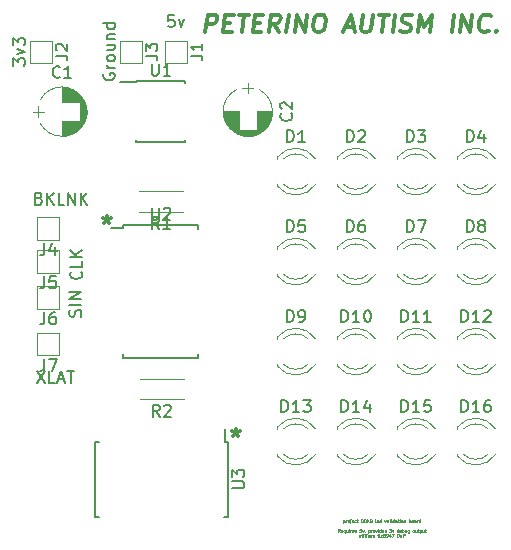
<source format=gbr>
G04 #@! TF.GenerationSoftware,KiCad,Pcbnew,(5.0.1)-3*
G04 #@! TF.CreationDate,2018-10-20T23:17:48-07:00*
G04 #@! TF.ProjectId,ODKB_Board,4F444B425F426F6172642E6B69636164,rev?*
G04 #@! TF.SameCoordinates,Original*
G04 #@! TF.FileFunction,Legend,Top*
G04 #@! TF.FilePolarity,Positive*
%FSLAX46Y46*%
G04 Gerber Fmt 4.6, Leading zero omitted, Abs format (unit mm)*
G04 Created by KiCad (PCBNEW (5.0.1)-3) date 10/20/2018 11:17:48 PM*
%MOMM*%
%LPD*%
G01*
G04 APERTURE LIST*
%ADD10C,0.300000*%
%ADD11C,0.025400*%
%ADD12C,0.150000*%
%ADD13C,0.120000*%
G04 APERTURE END LIST*
D10*
X56896000Y-49978571D02*
X56896000Y-50335714D01*
X56538857Y-50192857D02*
X56896000Y-50335714D01*
X57253142Y-50192857D01*
X56681714Y-50621428D02*
X56896000Y-50335714D01*
X57110285Y-50621428D01*
X67818000Y-68012571D02*
X67818000Y-68369714D01*
X67460857Y-68226857D02*
X67818000Y-68369714D01*
X68175142Y-68226857D01*
X67603714Y-68655428D02*
X67818000Y-68369714D01*
X68032285Y-68655428D01*
X65240500Y-34426571D02*
X65428000Y-32926571D01*
X65999428Y-32926571D01*
X66133357Y-32998000D01*
X66195857Y-33069428D01*
X66249428Y-33212285D01*
X66222642Y-33426571D01*
X66133357Y-33569428D01*
X66053000Y-33640857D01*
X65901214Y-33712285D01*
X65329785Y-33712285D01*
X66838714Y-33640857D02*
X67338714Y-33640857D01*
X67454785Y-34426571D02*
X66740500Y-34426571D01*
X66928000Y-32926571D01*
X67642285Y-32926571D01*
X68070857Y-32926571D02*
X68928000Y-32926571D01*
X68311928Y-34426571D02*
X68499428Y-32926571D01*
X69338714Y-33640857D02*
X69838714Y-33640857D01*
X69954785Y-34426571D02*
X69240500Y-34426571D01*
X69428000Y-32926571D01*
X70142285Y-32926571D01*
X71454785Y-34426571D02*
X71044071Y-33712285D01*
X70597642Y-34426571D02*
X70785142Y-32926571D01*
X71356571Y-32926571D01*
X71490500Y-32998000D01*
X71553000Y-33069428D01*
X71606571Y-33212285D01*
X71579785Y-33426571D01*
X71490500Y-33569428D01*
X71410142Y-33640857D01*
X71258357Y-33712285D01*
X70686928Y-33712285D01*
X72097642Y-34426571D02*
X72285142Y-32926571D01*
X72811928Y-34426571D02*
X72999428Y-32926571D01*
X73669071Y-34426571D01*
X73856571Y-32926571D01*
X74856571Y-32926571D02*
X75142285Y-32926571D01*
X75276214Y-32998000D01*
X75401214Y-33140857D01*
X75436928Y-33426571D01*
X75374428Y-33926571D01*
X75267285Y-34212285D01*
X75106571Y-34355142D01*
X74954785Y-34426571D01*
X74669071Y-34426571D01*
X74535142Y-34355142D01*
X74410142Y-34212285D01*
X74374428Y-33926571D01*
X74436928Y-33426571D01*
X74544071Y-33140857D01*
X74704785Y-32998000D01*
X74856571Y-32926571D01*
X77079785Y-33998000D02*
X77794071Y-33998000D01*
X76883357Y-34426571D02*
X77570857Y-32926571D01*
X77883357Y-34426571D01*
X78570857Y-32926571D02*
X78419071Y-34140857D01*
X78472642Y-34283714D01*
X78535142Y-34355142D01*
X78669071Y-34426571D01*
X78954785Y-34426571D01*
X79106571Y-34355142D01*
X79186928Y-34283714D01*
X79276214Y-34140857D01*
X79428000Y-32926571D01*
X79928000Y-32926571D02*
X80785142Y-32926571D01*
X80169071Y-34426571D02*
X80356571Y-32926571D01*
X81097642Y-34426571D02*
X81285142Y-32926571D01*
X81749428Y-34355142D02*
X81954785Y-34426571D01*
X82311928Y-34426571D01*
X82463714Y-34355142D01*
X82544071Y-34283714D01*
X82633357Y-34140857D01*
X82651214Y-33998000D01*
X82597642Y-33855142D01*
X82535142Y-33783714D01*
X82401214Y-33712285D01*
X82124428Y-33640857D01*
X81990500Y-33569428D01*
X81928000Y-33498000D01*
X81874428Y-33355142D01*
X81892285Y-33212285D01*
X81981571Y-33069428D01*
X82061928Y-32998000D01*
X82213714Y-32926571D01*
X82570857Y-32926571D01*
X82776214Y-32998000D01*
X83240500Y-34426571D02*
X83428000Y-32926571D01*
X83794071Y-33998000D01*
X84428000Y-32926571D01*
X84240500Y-34426571D01*
X86097642Y-34426571D02*
X86285142Y-32926571D01*
X86811928Y-34426571D02*
X86999428Y-32926571D01*
X87669071Y-34426571D01*
X87856571Y-32926571D01*
X89258357Y-34283714D02*
X89178000Y-34355142D01*
X88954785Y-34426571D01*
X88811928Y-34426571D01*
X88606571Y-34355142D01*
X88481571Y-34212285D01*
X88428000Y-34069428D01*
X88392285Y-33783714D01*
X88419071Y-33569428D01*
X88526214Y-33283714D01*
X88615500Y-33140857D01*
X88776214Y-32998000D01*
X88999428Y-32926571D01*
X89142285Y-32926571D01*
X89347642Y-32998000D01*
X89410142Y-33069428D01*
X89901214Y-34283714D02*
X89963714Y-34355142D01*
X89883357Y-34426571D01*
X89820857Y-34355142D01*
X89901214Y-34283714D01*
X89883357Y-34426571D01*
D11*
X76908333Y-75753971D02*
X76908333Y-76007971D01*
X76908333Y-75766066D02*
X76932523Y-75753971D01*
X76980904Y-75753971D01*
X77005095Y-75766066D01*
X77017190Y-75778161D01*
X77029285Y-75802352D01*
X77029285Y-75874923D01*
X77017190Y-75899114D01*
X77005095Y-75911209D01*
X76980904Y-75923304D01*
X76932523Y-75923304D01*
X76908333Y-75911209D01*
X77138142Y-75923304D02*
X77138142Y-75753971D01*
X77138142Y-75802352D02*
X77150238Y-75778161D01*
X77162333Y-75766066D01*
X77186523Y-75753971D01*
X77210714Y-75753971D01*
X77331666Y-75923304D02*
X77307476Y-75911209D01*
X77295380Y-75899114D01*
X77283285Y-75874923D01*
X77283285Y-75802352D01*
X77295380Y-75778161D01*
X77307476Y-75766066D01*
X77331666Y-75753971D01*
X77367952Y-75753971D01*
X77392142Y-75766066D01*
X77404238Y-75778161D01*
X77416333Y-75802352D01*
X77416333Y-75874923D01*
X77404238Y-75899114D01*
X77392142Y-75911209D01*
X77367952Y-75923304D01*
X77331666Y-75923304D01*
X77525190Y-75753971D02*
X77525190Y-75971685D01*
X77513095Y-75995876D01*
X77488904Y-76007971D01*
X77476809Y-76007971D01*
X77525190Y-75669304D02*
X77513095Y-75681400D01*
X77525190Y-75693495D01*
X77537285Y-75681400D01*
X77525190Y-75669304D01*
X77525190Y-75693495D01*
X77742904Y-75911209D02*
X77718714Y-75923304D01*
X77670333Y-75923304D01*
X77646142Y-75911209D01*
X77634047Y-75887019D01*
X77634047Y-75790257D01*
X77646142Y-75766066D01*
X77670333Y-75753971D01*
X77718714Y-75753971D01*
X77742904Y-75766066D01*
X77755000Y-75790257D01*
X77755000Y-75814447D01*
X77634047Y-75838638D01*
X77972714Y-75911209D02*
X77948523Y-75923304D01*
X77900142Y-75923304D01*
X77875952Y-75911209D01*
X77863857Y-75899114D01*
X77851761Y-75874923D01*
X77851761Y-75802352D01*
X77863857Y-75778161D01*
X77875952Y-75766066D01*
X77900142Y-75753971D01*
X77948523Y-75753971D01*
X77972714Y-75766066D01*
X78045285Y-75753971D02*
X78142047Y-75753971D01*
X78081571Y-75669304D02*
X78081571Y-75887019D01*
X78093666Y-75911209D01*
X78117857Y-75923304D01*
X78142047Y-75923304D01*
X78468619Y-75669304D02*
X78517000Y-75669304D01*
X78541190Y-75681400D01*
X78565380Y-75705590D01*
X78577476Y-75753971D01*
X78577476Y-75838638D01*
X78565380Y-75887019D01*
X78541190Y-75911209D01*
X78517000Y-75923304D01*
X78468619Y-75923304D01*
X78444428Y-75911209D01*
X78420238Y-75887019D01*
X78408142Y-75838638D01*
X78408142Y-75753971D01*
X78420238Y-75705590D01*
X78444428Y-75681400D01*
X78468619Y-75669304D01*
X78686333Y-75923304D02*
X78686333Y-75669304D01*
X78746809Y-75669304D01*
X78783095Y-75681400D01*
X78807285Y-75705590D01*
X78819380Y-75729780D01*
X78831476Y-75778161D01*
X78831476Y-75814447D01*
X78819380Y-75862828D01*
X78807285Y-75887019D01*
X78783095Y-75911209D01*
X78746809Y-75923304D01*
X78686333Y-75923304D01*
X78940333Y-75923304D02*
X78940333Y-75669304D01*
X79085476Y-75923304D02*
X78976619Y-75778161D01*
X79085476Y-75669304D02*
X78940333Y-75814447D01*
X79279000Y-75790257D02*
X79315285Y-75802352D01*
X79327380Y-75814447D01*
X79339476Y-75838638D01*
X79339476Y-75874923D01*
X79327380Y-75899114D01*
X79315285Y-75911209D01*
X79291095Y-75923304D01*
X79194333Y-75923304D01*
X79194333Y-75669304D01*
X79279000Y-75669304D01*
X79303190Y-75681400D01*
X79315285Y-75693495D01*
X79327380Y-75717685D01*
X79327380Y-75741876D01*
X79315285Y-75766066D01*
X79303190Y-75778161D01*
X79279000Y-75790257D01*
X79194333Y-75790257D01*
X79678142Y-75923304D02*
X79653952Y-75911209D01*
X79641857Y-75887019D01*
X79641857Y-75669304D01*
X79871666Y-75911209D02*
X79847476Y-75923304D01*
X79799095Y-75923304D01*
X79774904Y-75911209D01*
X79762809Y-75887019D01*
X79762809Y-75790257D01*
X79774904Y-75766066D01*
X79799095Y-75753971D01*
X79847476Y-75753971D01*
X79871666Y-75766066D01*
X79883761Y-75790257D01*
X79883761Y-75814447D01*
X79762809Y-75838638D01*
X80101476Y-75923304D02*
X80101476Y-75669304D01*
X80101476Y-75911209D02*
X80077285Y-75923304D01*
X80028904Y-75923304D01*
X80004714Y-75911209D01*
X79992619Y-75899114D01*
X79980523Y-75874923D01*
X79980523Y-75802352D01*
X79992619Y-75778161D01*
X80004714Y-75766066D01*
X80028904Y-75753971D01*
X80077285Y-75753971D01*
X80101476Y-75766066D01*
X80391761Y-75753971D02*
X80452238Y-75923304D01*
X80512714Y-75753971D01*
X80718333Y-75923304D02*
X80718333Y-75790257D01*
X80706238Y-75766066D01*
X80682047Y-75753971D01*
X80633666Y-75753971D01*
X80609476Y-75766066D01*
X80718333Y-75911209D02*
X80694142Y-75923304D01*
X80633666Y-75923304D01*
X80609476Y-75911209D01*
X80597380Y-75887019D01*
X80597380Y-75862828D01*
X80609476Y-75838638D01*
X80633666Y-75826542D01*
X80694142Y-75826542D01*
X80718333Y-75814447D01*
X80875571Y-75923304D02*
X80851380Y-75911209D01*
X80839285Y-75887019D01*
X80839285Y-75669304D01*
X80972333Y-75923304D02*
X80972333Y-75753971D01*
X80972333Y-75669304D02*
X80960238Y-75681400D01*
X80972333Y-75693495D01*
X80984428Y-75681400D01*
X80972333Y-75669304D01*
X80972333Y-75693495D01*
X81202142Y-75923304D02*
X81202142Y-75669304D01*
X81202142Y-75911209D02*
X81177952Y-75923304D01*
X81129571Y-75923304D01*
X81105380Y-75911209D01*
X81093285Y-75899114D01*
X81081190Y-75874923D01*
X81081190Y-75802352D01*
X81093285Y-75778161D01*
X81105380Y-75766066D01*
X81129571Y-75753971D01*
X81177952Y-75753971D01*
X81202142Y-75766066D01*
X81431952Y-75923304D02*
X81431952Y-75790257D01*
X81419857Y-75766066D01*
X81395666Y-75753971D01*
X81347285Y-75753971D01*
X81323095Y-75766066D01*
X81431952Y-75911209D02*
X81407761Y-75923304D01*
X81347285Y-75923304D01*
X81323095Y-75911209D01*
X81311000Y-75887019D01*
X81311000Y-75862828D01*
X81323095Y-75838638D01*
X81347285Y-75826542D01*
X81407761Y-75826542D01*
X81431952Y-75814447D01*
X81516619Y-75753971D02*
X81613380Y-75753971D01*
X81552904Y-75669304D02*
X81552904Y-75887019D01*
X81565000Y-75911209D01*
X81589190Y-75923304D01*
X81613380Y-75923304D01*
X81698047Y-75923304D02*
X81698047Y-75753971D01*
X81698047Y-75669304D02*
X81685952Y-75681400D01*
X81698047Y-75693495D01*
X81710142Y-75681400D01*
X81698047Y-75669304D01*
X81698047Y-75693495D01*
X81855285Y-75923304D02*
X81831095Y-75911209D01*
X81819000Y-75899114D01*
X81806904Y-75874923D01*
X81806904Y-75802352D01*
X81819000Y-75778161D01*
X81831095Y-75766066D01*
X81855285Y-75753971D01*
X81891571Y-75753971D01*
X81915761Y-75766066D01*
X81927857Y-75778161D01*
X81939952Y-75802352D01*
X81939952Y-75874923D01*
X81927857Y-75899114D01*
X81915761Y-75911209D01*
X81891571Y-75923304D01*
X81855285Y-75923304D01*
X82048809Y-75753971D02*
X82048809Y-75923304D01*
X82048809Y-75778161D02*
X82060904Y-75766066D01*
X82085095Y-75753971D01*
X82121380Y-75753971D01*
X82145571Y-75766066D01*
X82157666Y-75790257D01*
X82157666Y-75923304D01*
X82472142Y-75923304D02*
X82472142Y-75669304D01*
X82472142Y-75766066D02*
X82496333Y-75753971D01*
X82544714Y-75753971D01*
X82568904Y-75766066D01*
X82581000Y-75778161D01*
X82593095Y-75802352D01*
X82593095Y-75874923D01*
X82581000Y-75899114D01*
X82568904Y-75911209D01*
X82544714Y-75923304D01*
X82496333Y-75923304D01*
X82472142Y-75911209D01*
X82738238Y-75923304D02*
X82714047Y-75911209D01*
X82701952Y-75899114D01*
X82689857Y-75874923D01*
X82689857Y-75802352D01*
X82701952Y-75778161D01*
X82714047Y-75766066D01*
X82738238Y-75753971D01*
X82774523Y-75753971D01*
X82798714Y-75766066D01*
X82810809Y-75778161D01*
X82822904Y-75802352D01*
X82822904Y-75874923D01*
X82810809Y-75899114D01*
X82798714Y-75911209D01*
X82774523Y-75923304D01*
X82738238Y-75923304D01*
X83040619Y-75923304D02*
X83040619Y-75790257D01*
X83028523Y-75766066D01*
X83004333Y-75753971D01*
X82955952Y-75753971D01*
X82931761Y-75766066D01*
X83040619Y-75911209D02*
X83016428Y-75923304D01*
X82955952Y-75923304D01*
X82931761Y-75911209D01*
X82919666Y-75887019D01*
X82919666Y-75862828D01*
X82931761Y-75838638D01*
X82955952Y-75826542D01*
X83016428Y-75826542D01*
X83040619Y-75814447D01*
X83161571Y-75923304D02*
X83161571Y-75753971D01*
X83161571Y-75802352D02*
X83173666Y-75778161D01*
X83185761Y-75766066D01*
X83209952Y-75753971D01*
X83234142Y-75753971D01*
X83427666Y-75923304D02*
X83427666Y-75669304D01*
X83427666Y-75911209D02*
X83403476Y-75923304D01*
X83355095Y-75923304D01*
X83330904Y-75911209D01*
X83318809Y-75899114D01*
X83306714Y-75874923D01*
X83306714Y-75802352D01*
X83318809Y-75778161D01*
X83330904Y-75766066D01*
X83355095Y-75753971D01*
X83403476Y-75753971D01*
X83427666Y-75766066D01*
X76612000Y-76736104D02*
X76527333Y-76615152D01*
X76466857Y-76736104D02*
X76466857Y-76482104D01*
X76563619Y-76482104D01*
X76587809Y-76494200D01*
X76599904Y-76506295D01*
X76612000Y-76530485D01*
X76612000Y-76566771D01*
X76599904Y-76590961D01*
X76587809Y-76603057D01*
X76563619Y-76615152D01*
X76466857Y-76615152D01*
X76817619Y-76724009D02*
X76793428Y-76736104D01*
X76745047Y-76736104D01*
X76720857Y-76724009D01*
X76708761Y-76699819D01*
X76708761Y-76603057D01*
X76720857Y-76578866D01*
X76745047Y-76566771D01*
X76793428Y-76566771D01*
X76817619Y-76578866D01*
X76829714Y-76603057D01*
X76829714Y-76627247D01*
X76708761Y-76651438D01*
X77047428Y-76566771D02*
X77047428Y-76820771D01*
X77047428Y-76724009D02*
X77023238Y-76736104D01*
X76974857Y-76736104D01*
X76950666Y-76724009D01*
X76938571Y-76711914D01*
X76926476Y-76687723D01*
X76926476Y-76615152D01*
X76938571Y-76590961D01*
X76950666Y-76578866D01*
X76974857Y-76566771D01*
X77023238Y-76566771D01*
X77047428Y-76578866D01*
X77277238Y-76566771D02*
X77277238Y-76736104D01*
X77168380Y-76566771D02*
X77168380Y-76699819D01*
X77180476Y-76724009D01*
X77204666Y-76736104D01*
X77240952Y-76736104D01*
X77265142Y-76724009D01*
X77277238Y-76711914D01*
X77398190Y-76736104D02*
X77398190Y-76566771D01*
X77398190Y-76482104D02*
X77386095Y-76494200D01*
X77398190Y-76506295D01*
X77410285Y-76494200D01*
X77398190Y-76482104D01*
X77398190Y-76506295D01*
X77519142Y-76736104D02*
X77519142Y-76566771D01*
X77519142Y-76615152D02*
X77531238Y-76590961D01*
X77543333Y-76578866D01*
X77567523Y-76566771D01*
X77591714Y-76566771D01*
X77773142Y-76724009D02*
X77748952Y-76736104D01*
X77700571Y-76736104D01*
X77676380Y-76724009D01*
X77664285Y-76699819D01*
X77664285Y-76603057D01*
X77676380Y-76578866D01*
X77700571Y-76566771D01*
X77748952Y-76566771D01*
X77773142Y-76578866D01*
X77785238Y-76603057D01*
X77785238Y-76627247D01*
X77664285Y-76651438D01*
X77882000Y-76724009D02*
X77906190Y-76736104D01*
X77954571Y-76736104D01*
X77978761Y-76724009D01*
X77990857Y-76699819D01*
X77990857Y-76687723D01*
X77978761Y-76663533D01*
X77954571Y-76651438D01*
X77918285Y-76651438D01*
X77894095Y-76639342D01*
X77882000Y-76615152D01*
X77882000Y-76603057D01*
X77894095Y-76578866D01*
X77918285Y-76566771D01*
X77954571Y-76566771D01*
X77978761Y-76578866D01*
X78414190Y-76482104D02*
X78293238Y-76482104D01*
X78281142Y-76603057D01*
X78293238Y-76590961D01*
X78317428Y-76578866D01*
X78377904Y-76578866D01*
X78402095Y-76590961D01*
X78414190Y-76603057D01*
X78426285Y-76627247D01*
X78426285Y-76687723D01*
X78414190Y-76711914D01*
X78402095Y-76724009D01*
X78377904Y-76736104D01*
X78317428Y-76736104D01*
X78293238Y-76724009D01*
X78281142Y-76711914D01*
X78510952Y-76566771D02*
X78571428Y-76736104D01*
X78631904Y-76566771D01*
X78740761Y-76724009D02*
X78740761Y-76736104D01*
X78728666Y-76760295D01*
X78716571Y-76772390D01*
X79043142Y-76566771D02*
X79043142Y-76820771D01*
X79043142Y-76578866D02*
X79067333Y-76566771D01*
X79115714Y-76566771D01*
X79139904Y-76578866D01*
X79152000Y-76590961D01*
X79164095Y-76615152D01*
X79164095Y-76687723D01*
X79152000Y-76711914D01*
X79139904Y-76724009D01*
X79115714Y-76736104D01*
X79067333Y-76736104D01*
X79043142Y-76724009D01*
X79272952Y-76736104D02*
X79272952Y-76566771D01*
X79272952Y-76615152D02*
X79285047Y-76590961D01*
X79297142Y-76578866D01*
X79321333Y-76566771D01*
X79345523Y-76566771D01*
X79466476Y-76736104D02*
X79442285Y-76724009D01*
X79430190Y-76711914D01*
X79418095Y-76687723D01*
X79418095Y-76615152D01*
X79430190Y-76590961D01*
X79442285Y-76578866D01*
X79466476Y-76566771D01*
X79502761Y-76566771D01*
X79526952Y-76578866D01*
X79539047Y-76590961D01*
X79551142Y-76615152D01*
X79551142Y-76687723D01*
X79539047Y-76711914D01*
X79526952Y-76724009D01*
X79502761Y-76736104D01*
X79466476Y-76736104D01*
X79635809Y-76566771D02*
X79696285Y-76736104D01*
X79756761Y-76566771D01*
X79853523Y-76736104D02*
X79853523Y-76566771D01*
X79853523Y-76482104D02*
X79841428Y-76494200D01*
X79853523Y-76506295D01*
X79865619Y-76494200D01*
X79853523Y-76482104D01*
X79853523Y-76506295D01*
X80083333Y-76736104D02*
X80083333Y-76482104D01*
X80083333Y-76724009D02*
X80059142Y-76736104D01*
X80010761Y-76736104D01*
X79986571Y-76724009D01*
X79974476Y-76711914D01*
X79962380Y-76687723D01*
X79962380Y-76615152D01*
X79974476Y-76590961D01*
X79986571Y-76578866D01*
X80010761Y-76566771D01*
X80059142Y-76566771D01*
X80083333Y-76578866D01*
X80301047Y-76724009D02*
X80276857Y-76736104D01*
X80228476Y-76736104D01*
X80204285Y-76724009D01*
X80192190Y-76699819D01*
X80192190Y-76603057D01*
X80204285Y-76578866D01*
X80228476Y-76566771D01*
X80276857Y-76566771D01*
X80301047Y-76578866D01*
X80313142Y-76603057D01*
X80313142Y-76627247D01*
X80192190Y-76651438D01*
X80409904Y-76724009D02*
X80434095Y-76736104D01*
X80482476Y-76736104D01*
X80506666Y-76724009D01*
X80518761Y-76699819D01*
X80518761Y-76687723D01*
X80506666Y-76663533D01*
X80482476Y-76651438D01*
X80446190Y-76651438D01*
X80422000Y-76639342D01*
X80409904Y-76615152D01*
X80409904Y-76603057D01*
X80422000Y-76578866D01*
X80446190Y-76566771D01*
X80482476Y-76566771D01*
X80506666Y-76578866D01*
X80796952Y-76482104D02*
X80954190Y-76482104D01*
X80869523Y-76578866D01*
X80905809Y-76578866D01*
X80930000Y-76590961D01*
X80942095Y-76603057D01*
X80954190Y-76627247D01*
X80954190Y-76687723D01*
X80942095Y-76711914D01*
X80930000Y-76724009D01*
X80905809Y-76736104D01*
X80833238Y-76736104D01*
X80809047Y-76724009D01*
X80796952Y-76711914D01*
X81038857Y-76566771D02*
X81099333Y-76736104D01*
X81159809Y-76566771D01*
X81558952Y-76736104D02*
X81558952Y-76482104D01*
X81558952Y-76724009D02*
X81534761Y-76736104D01*
X81486380Y-76736104D01*
X81462190Y-76724009D01*
X81450095Y-76711914D01*
X81438000Y-76687723D01*
X81438000Y-76615152D01*
X81450095Y-76590961D01*
X81462190Y-76578866D01*
X81486380Y-76566771D01*
X81534761Y-76566771D01*
X81558952Y-76578866D01*
X81776666Y-76724009D02*
X81752476Y-76736104D01*
X81704095Y-76736104D01*
X81679904Y-76724009D01*
X81667809Y-76699819D01*
X81667809Y-76603057D01*
X81679904Y-76578866D01*
X81704095Y-76566771D01*
X81752476Y-76566771D01*
X81776666Y-76578866D01*
X81788761Y-76603057D01*
X81788761Y-76627247D01*
X81667809Y-76651438D01*
X81897619Y-76736104D02*
X81897619Y-76482104D01*
X81897619Y-76578866D02*
X81921809Y-76566771D01*
X81970190Y-76566771D01*
X81994380Y-76578866D01*
X82006476Y-76590961D01*
X82018571Y-76615152D01*
X82018571Y-76687723D01*
X82006476Y-76711914D01*
X81994380Y-76724009D01*
X81970190Y-76736104D01*
X81921809Y-76736104D01*
X81897619Y-76724009D01*
X82236285Y-76566771D02*
X82236285Y-76736104D01*
X82127428Y-76566771D02*
X82127428Y-76699819D01*
X82139523Y-76724009D01*
X82163714Y-76736104D01*
X82200000Y-76736104D01*
X82224190Y-76724009D01*
X82236285Y-76711914D01*
X82466095Y-76566771D02*
X82466095Y-76772390D01*
X82454000Y-76796580D01*
X82441904Y-76808676D01*
X82417714Y-76820771D01*
X82381428Y-76820771D01*
X82357238Y-76808676D01*
X82466095Y-76724009D02*
X82441904Y-76736104D01*
X82393523Y-76736104D01*
X82369333Y-76724009D01*
X82357238Y-76711914D01*
X82345142Y-76687723D01*
X82345142Y-76615152D01*
X82357238Y-76590961D01*
X82369333Y-76578866D01*
X82393523Y-76566771D01*
X82441904Y-76566771D01*
X82466095Y-76578866D01*
X82816857Y-76736104D02*
X82792666Y-76724009D01*
X82780571Y-76711914D01*
X82768476Y-76687723D01*
X82768476Y-76615152D01*
X82780571Y-76590961D01*
X82792666Y-76578866D01*
X82816857Y-76566771D01*
X82853142Y-76566771D01*
X82877333Y-76578866D01*
X82889428Y-76590961D01*
X82901523Y-76615152D01*
X82901523Y-76687723D01*
X82889428Y-76711914D01*
X82877333Y-76724009D01*
X82853142Y-76736104D01*
X82816857Y-76736104D01*
X83119238Y-76566771D02*
X83119238Y-76736104D01*
X83010380Y-76566771D02*
X83010380Y-76699819D01*
X83022476Y-76724009D01*
X83046666Y-76736104D01*
X83082952Y-76736104D01*
X83107142Y-76724009D01*
X83119238Y-76711914D01*
X83203904Y-76566771D02*
X83300666Y-76566771D01*
X83240190Y-76482104D02*
X83240190Y-76699819D01*
X83252285Y-76724009D01*
X83276476Y-76736104D01*
X83300666Y-76736104D01*
X83385333Y-76566771D02*
X83385333Y-76820771D01*
X83385333Y-76578866D02*
X83409523Y-76566771D01*
X83457904Y-76566771D01*
X83482095Y-76578866D01*
X83494190Y-76590961D01*
X83506285Y-76615152D01*
X83506285Y-76687723D01*
X83494190Y-76711914D01*
X83482095Y-76724009D01*
X83457904Y-76736104D01*
X83409523Y-76736104D01*
X83385333Y-76724009D01*
X83724000Y-76566771D02*
X83724000Y-76736104D01*
X83615142Y-76566771D02*
X83615142Y-76699819D01*
X83627238Y-76724009D01*
X83651428Y-76736104D01*
X83687714Y-76736104D01*
X83711904Y-76724009D01*
X83724000Y-76711914D01*
X83808666Y-76566771D02*
X83905428Y-76566771D01*
X83844952Y-76482104D02*
X83844952Y-76699819D01*
X83857047Y-76724009D01*
X83881238Y-76736104D01*
X83905428Y-76736104D01*
X78353714Y-76973171D02*
X78353714Y-77142504D01*
X78244857Y-76973171D02*
X78244857Y-77106219D01*
X78256952Y-77130409D01*
X78281142Y-77142504D01*
X78317428Y-77142504D01*
X78341619Y-77130409D01*
X78353714Y-77118314D01*
X78438380Y-76973171D02*
X78535142Y-76973171D01*
X78474666Y-76888504D02*
X78474666Y-77106219D01*
X78486761Y-77130409D01*
X78510952Y-77142504D01*
X78535142Y-77142504D01*
X78619809Y-77142504D02*
X78619809Y-76973171D01*
X78619809Y-76888504D02*
X78607714Y-76900600D01*
X78619809Y-76912695D01*
X78631904Y-76900600D01*
X78619809Y-76888504D01*
X78619809Y-76912695D01*
X78777047Y-77142504D02*
X78752857Y-77130409D01*
X78740761Y-77106219D01*
X78740761Y-76888504D01*
X78873809Y-77142504D02*
X78873809Y-76973171D01*
X78873809Y-76888504D02*
X78861714Y-76900600D01*
X78873809Y-76912695D01*
X78885904Y-76900600D01*
X78873809Y-76888504D01*
X78873809Y-76912695D01*
X78970571Y-76973171D02*
X79103619Y-76973171D01*
X78970571Y-77142504D01*
X79103619Y-77142504D01*
X79297142Y-77130409D02*
X79272952Y-77142504D01*
X79224571Y-77142504D01*
X79200380Y-77130409D01*
X79188285Y-77106219D01*
X79188285Y-77009457D01*
X79200380Y-76985266D01*
X79224571Y-76973171D01*
X79272952Y-76973171D01*
X79297142Y-76985266D01*
X79309238Y-77009457D01*
X79309238Y-77033647D01*
X79188285Y-77057838D01*
X79406000Y-77130409D02*
X79430190Y-77142504D01*
X79478571Y-77142504D01*
X79502761Y-77130409D01*
X79514857Y-77106219D01*
X79514857Y-77094123D01*
X79502761Y-77069933D01*
X79478571Y-77057838D01*
X79442285Y-77057838D01*
X79418095Y-77045742D01*
X79406000Y-77021552D01*
X79406000Y-77009457D01*
X79418095Y-76985266D01*
X79442285Y-76973171D01*
X79478571Y-76973171D01*
X79502761Y-76985266D01*
X79780952Y-76973171D02*
X79877714Y-76973171D01*
X79817238Y-76888504D02*
X79817238Y-77106219D01*
X79829333Y-77130409D01*
X79853523Y-77142504D01*
X79877714Y-77142504D01*
X79998666Y-77142504D02*
X79974476Y-77130409D01*
X79962380Y-77106219D01*
X79962380Y-76888504D01*
X80204285Y-77130409D02*
X80180095Y-77142504D01*
X80131714Y-77142504D01*
X80107523Y-77130409D01*
X80095428Y-77118314D01*
X80083333Y-77094123D01*
X80083333Y-77021552D01*
X80095428Y-76997361D01*
X80107523Y-76985266D01*
X80131714Y-76973171D01*
X80180095Y-76973171D01*
X80204285Y-76985266D01*
X80434095Y-76888504D02*
X80313142Y-76888504D01*
X80301047Y-77009457D01*
X80313142Y-76997361D01*
X80337333Y-76985266D01*
X80397809Y-76985266D01*
X80422000Y-76997361D01*
X80434095Y-77009457D01*
X80446190Y-77033647D01*
X80446190Y-77094123D01*
X80434095Y-77118314D01*
X80422000Y-77130409D01*
X80397809Y-77142504D01*
X80337333Y-77142504D01*
X80313142Y-77130409D01*
X80301047Y-77118314D01*
X80567142Y-77142504D02*
X80615523Y-77142504D01*
X80639714Y-77130409D01*
X80651809Y-77118314D01*
X80676000Y-77082028D01*
X80688095Y-77033647D01*
X80688095Y-76936885D01*
X80676000Y-76912695D01*
X80663904Y-76900600D01*
X80639714Y-76888504D01*
X80591333Y-76888504D01*
X80567142Y-76900600D01*
X80555047Y-76912695D01*
X80542952Y-76936885D01*
X80542952Y-76997361D01*
X80555047Y-77021552D01*
X80567142Y-77033647D01*
X80591333Y-77045742D01*
X80639714Y-77045742D01*
X80663904Y-77033647D01*
X80676000Y-77021552D01*
X80688095Y-76997361D01*
X80905809Y-76973171D02*
X80905809Y-77142504D01*
X80845333Y-76876409D02*
X80784857Y-77057838D01*
X80942095Y-77057838D01*
X81014666Y-76888504D02*
X81184000Y-76888504D01*
X81075142Y-77142504D01*
X81474285Y-77142504D02*
X81474285Y-76888504D01*
X81534761Y-76888504D01*
X81571047Y-76900600D01*
X81595238Y-76924790D01*
X81607333Y-76948980D01*
X81619428Y-76997361D01*
X81619428Y-77033647D01*
X81607333Y-77082028D01*
X81595238Y-77106219D01*
X81571047Y-77130409D01*
X81534761Y-77142504D01*
X81474285Y-77142504D01*
X81837142Y-77142504D02*
X81837142Y-77009457D01*
X81825047Y-76985266D01*
X81800857Y-76973171D01*
X81752476Y-76973171D01*
X81728285Y-76985266D01*
X81837142Y-77130409D02*
X81812952Y-77142504D01*
X81752476Y-77142504D01*
X81728285Y-77130409D01*
X81716190Y-77106219D01*
X81716190Y-77082028D01*
X81728285Y-77057838D01*
X81752476Y-77045742D01*
X81812952Y-77045742D01*
X81837142Y-77033647D01*
X81958095Y-77142504D02*
X81958095Y-76888504D01*
X82054857Y-76888504D01*
X82079047Y-76900600D01*
X82091142Y-76912695D01*
X82103238Y-76936885D01*
X82103238Y-76973171D01*
X82091142Y-76997361D01*
X82079047Y-77009457D01*
X82054857Y-77021552D01*
X81958095Y-77021552D01*
D12*
G04 #@! TO.C,U2*
X58293000Y-50988000D02*
X57218000Y-50988000D01*
X58293000Y-62013000D02*
X64643000Y-62013000D01*
X58293000Y-50763000D02*
X64643000Y-50763000D01*
X58293000Y-62013000D02*
X58293000Y-61688000D01*
X64643000Y-62013000D02*
X64643000Y-61688000D01*
X64643000Y-50763000D02*
X64643000Y-51088000D01*
X58293000Y-50763000D02*
X58293000Y-50988000D01*
D13*
G04 #@! TO.C,J2*
X50358000Y-37018000D02*
X52258000Y-37018000D01*
X52258000Y-37018000D02*
X52258000Y-35168000D01*
X52258000Y-35168000D02*
X50408000Y-35168000D01*
X50408000Y-35168000D02*
X50358000Y-35168000D01*
X50358000Y-35168000D02*
X50358000Y-37018000D01*
G04 #@! TO.C,J7*
X52843000Y-59883000D02*
X50993000Y-59883000D01*
X52843000Y-59933000D02*
X52843000Y-59883000D01*
X52843000Y-61783000D02*
X52843000Y-59933000D01*
X50993000Y-61783000D02*
X52843000Y-61783000D01*
X50993000Y-59883000D02*
X50993000Y-61783000D01*
G04 #@! TO.C,J6*
X50993000Y-55946000D02*
X50993000Y-57846000D01*
X50993000Y-57846000D02*
X52843000Y-57846000D01*
X52843000Y-57846000D02*
X52843000Y-55996000D01*
X52843000Y-55996000D02*
X52843000Y-55946000D01*
X52843000Y-55946000D02*
X50993000Y-55946000D01*
G04 #@! TO.C,J5*
X52843000Y-52898000D02*
X50993000Y-52898000D01*
X52843000Y-52948000D02*
X52843000Y-52898000D01*
X52843000Y-54798000D02*
X52843000Y-52948000D01*
X50993000Y-54798000D02*
X52843000Y-54798000D01*
X50993000Y-52898000D02*
X50993000Y-54798000D01*
G04 #@! TO.C,J4*
X50993000Y-50104000D02*
X50993000Y-52004000D01*
X50993000Y-52004000D02*
X52843000Y-52004000D01*
X52843000Y-52004000D02*
X52843000Y-50154000D01*
X52843000Y-50154000D02*
X52843000Y-50104000D01*
X52843000Y-50104000D02*
X50993000Y-50104000D01*
G04 #@! TO.C,J3*
X57978000Y-35168000D02*
X57978000Y-37018000D01*
X58028000Y-35168000D02*
X57978000Y-35168000D01*
X59878000Y-35168000D02*
X58028000Y-35168000D01*
X59878000Y-37018000D02*
X59878000Y-35168000D01*
X57978000Y-37018000D02*
X59878000Y-37018000D01*
G04 #@! TO.C,J1*
X61788000Y-35168000D02*
X61788000Y-37018000D01*
X61838000Y-35168000D02*
X61788000Y-35168000D01*
X63688000Y-35168000D02*
X61838000Y-35168000D01*
X63688000Y-37018000D02*
X63688000Y-35168000D01*
X61788000Y-37018000D02*
X63688000Y-37018000D01*
G04 #@! TO.C,C1*
X51098000Y-40698000D02*
X51098000Y-41598000D01*
X50648000Y-41148000D02*
X51548000Y-41148000D01*
X55179000Y-40983000D02*
X55179000Y-41313000D01*
X55139000Y-40733000D02*
X55139000Y-41563000D01*
X55099000Y-40581000D02*
X55099000Y-41715000D01*
X55059000Y-40462000D02*
X55059000Y-41834000D01*
X55019000Y-40362000D02*
X55019000Y-41934000D01*
X54979000Y-40274000D02*
X54979000Y-42022000D01*
X54939000Y-40196000D02*
X54939000Y-42100000D01*
X54899000Y-40125000D02*
X54899000Y-42171000D01*
X54859000Y-40060000D02*
X54859000Y-42236000D01*
X54819000Y-40000000D02*
X54819000Y-42296000D01*
X54779000Y-39944000D02*
X54779000Y-42352000D01*
X54739000Y-39892000D02*
X54739000Y-42404000D01*
X54699000Y-39843000D02*
X54699000Y-42453000D01*
X54659000Y-39797000D02*
X54659000Y-42499000D01*
X54619000Y-41928000D02*
X54619000Y-42543000D01*
X54619000Y-39753000D02*
X54619000Y-40368000D01*
X54579000Y-41928000D02*
X54579000Y-42584000D01*
X54579000Y-39712000D02*
X54579000Y-40368000D01*
X54539000Y-41928000D02*
X54539000Y-42623000D01*
X54539000Y-39673000D02*
X54539000Y-40368000D01*
X54499000Y-41928000D02*
X54499000Y-42660000D01*
X54499000Y-39636000D02*
X54499000Y-40368000D01*
X54459000Y-41928000D02*
X54459000Y-42695000D01*
X54459000Y-39601000D02*
X54459000Y-40368000D01*
X54419000Y-41928000D02*
X54419000Y-42729000D01*
X54419000Y-39567000D02*
X54419000Y-40368000D01*
X54379000Y-41928000D02*
X54379000Y-42761000D01*
X54379000Y-39535000D02*
X54379000Y-40368000D01*
X54339000Y-41928000D02*
X54339000Y-42791000D01*
X54339000Y-39505000D02*
X54339000Y-40368000D01*
X54299000Y-41928000D02*
X54299000Y-42820000D01*
X54299000Y-39476000D02*
X54299000Y-40368000D01*
X54259000Y-41928000D02*
X54259000Y-42847000D01*
X54259000Y-39449000D02*
X54259000Y-40368000D01*
X54219000Y-41928000D02*
X54219000Y-42873000D01*
X54219000Y-39423000D02*
X54219000Y-40368000D01*
X54179000Y-41928000D02*
X54179000Y-42898000D01*
X54179000Y-39398000D02*
X54179000Y-40368000D01*
X54139000Y-41928000D02*
X54139000Y-42921000D01*
X54139000Y-39375000D02*
X54139000Y-40368000D01*
X54099000Y-41928000D02*
X54099000Y-42944000D01*
X54099000Y-39352000D02*
X54099000Y-40368000D01*
X54059000Y-41928000D02*
X54059000Y-42965000D01*
X54059000Y-39331000D02*
X54059000Y-40368000D01*
X54019000Y-41928000D02*
X54019000Y-42985000D01*
X54019000Y-39311000D02*
X54019000Y-40368000D01*
X53979000Y-41928000D02*
X53979000Y-43004000D01*
X53979000Y-39292000D02*
X53979000Y-40368000D01*
X53939000Y-41928000D02*
X53939000Y-43022000D01*
X53939000Y-39274000D02*
X53939000Y-40368000D01*
X53899000Y-41928000D02*
X53899000Y-43039000D01*
X53899000Y-39257000D02*
X53899000Y-40368000D01*
X53859000Y-41928000D02*
X53859000Y-43055000D01*
X53859000Y-39241000D02*
X53859000Y-40368000D01*
X53819000Y-41928000D02*
X53819000Y-43071000D01*
X53819000Y-39225000D02*
X53819000Y-40368000D01*
X53778000Y-41928000D02*
X53778000Y-43085000D01*
X53778000Y-39211000D02*
X53778000Y-40368000D01*
X53738000Y-41928000D02*
X53738000Y-43098000D01*
X53738000Y-39198000D02*
X53738000Y-40368000D01*
X53698000Y-41928000D02*
X53698000Y-43111000D01*
X53698000Y-39185000D02*
X53698000Y-40368000D01*
X53658000Y-41928000D02*
X53658000Y-43122000D01*
X53658000Y-39174000D02*
X53658000Y-40368000D01*
X53618000Y-41928000D02*
X53618000Y-43133000D01*
X53618000Y-39163000D02*
X53618000Y-40368000D01*
X53578000Y-41928000D02*
X53578000Y-43143000D01*
X53578000Y-39153000D02*
X53578000Y-40368000D01*
X53538000Y-41928000D02*
X53538000Y-43152000D01*
X53538000Y-39144000D02*
X53538000Y-40368000D01*
X53498000Y-41928000D02*
X53498000Y-43160000D01*
X53498000Y-39136000D02*
X53498000Y-40368000D01*
X53458000Y-41928000D02*
X53458000Y-43167000D01*
X53458000Y-39129000D02*
X53458000Y-40368000D01*
X53418000Y-41928000D02*
X53418000Y-43174000D01*
X53418000Y-39122000D02*
X53418000Y-40368000D01*
X53378000Y-41928000D02*
X53378000Y-43180000D01*
X53378000Y-39116000D02*
X53378000Y-40368000D01*
X53338000Y-41928000D02*
X53338000Y-43185000D01*
X53338000Y-39111000D02*
X53338000Y-40368000D01*
X53298000Y-41928000D02*
X53298000Y-43189000D01*
X53298000Y-39107000D02*
X53298000Y-40368000D01*
X53258000Y-41928000D02*
X53258000Y-43192000D01*
X53258000Y-39104000D02*
X53258000Y-40368000D01*
X53218000Y-41928000D02*
X53218000Y-43195000D01*
X53218000Y-39101000D02*
X53218000Y-40368000D01*
X53178000Y-41928000D02*
X53178000Y-43197000D01*
X53178000Y-39099000D02*
X53178000Y-40368000D01*
X53138000Y-41928000D02*
X53138000Y-43198000D01*
X53138000Y-39098000D02*
X53138000Y-40368000D01*
X53098000Y-39098000D02*
X53098000Y-40368000D01*
X53098000Y-41928000D02*
X53098000Y-43198000D01*
X54944436Y-42127170D02*
G75*
G03X54943996Y-40168000I-1846436J979170D01*
G01*
X54944436Y-42127170D02*
G75*
G02X51252004Y-42128000I-1846436J979170D01*
G01*
X54944436Y-40168830D02*
G75*
G03X51252004Y-40168000I-1846436J-979170D01*
G01*
G04 #@! TO.C,C2*
X69813170Y-42982436D02*
G75*
G03X69814000Y-39290004I-979170J1846436D01*
G01*
X67854830Y-42982436D02*
G75*
G02X67854000Y-39290004I979170J1846436D01*
G01*
X67854830Y-42982436D02*
G75*
G03X69814000Y-42981996I979170J1846436D01*
G01*
X68054000Y-41136000D02*
X66784000Y-41136000D01*
X70884000Y-41136000D02*
X69614000Y-41136000D01*
X70884000Y-41176000D02*
X69614000Y-41176000D01*
X68054000Y-41176000D02*
X66784000Y-41176000D01*
X70883000Y-41216000D02*
X69614000Y-41216000D01*
X68054000Y-41216000D02*
X66785000Y-41216000D01*
X70881000Y-41256000D02*
X69614000Y-41256000D01*
X68054000Y-41256000D02*
X66787000Y-41256000D01*
X70878000Y-41296000D02*
X69614000Y-41296000D01*
X68054000Y-41296000D02*
X66790000Y-41296000D01*
X70875000Y-41336000D02*
X69614000Y-41336000D01*
X68054000Y-41336000D02*
X66793000Y-41336000D01*
X70871000Y-41376000D02*
X69614000Y-41376000D01*
X68054000Y-41376000D02*
X66797000Y-41376000D01*
X70866000Y-41416000D02*
X69614000Y-41416000D01*
X68054000Y-41416000D02*
X66802000Y-41416000D01*
X70860000Y-41456000D02*
X69614000Y-41456000D01*
X68054000Y-41456000D02*
X66808000Y-41456000D01*
X70853000Y-41496000D02*
X69614000Y-41496000D01*
X68054000Y-41496000D02*
X66815000Y-41496000D01*
X70846000Y-41536000D02*
X69614000Y-41536000D01*
X68054000Y-41536000D02*
X66822000Y-41536000D01*
X70838000Y-41576000D02*
X69614000Y-41576000D01*
X68054000Y-41576000D02*
X66830000Y-41576000D01*
X70829000Y-41616000D02*
X69614000Y-41616000D01*
X68054000Y-41616000D02*
X66839000Y-41616000D01*
X70819000Y-41656000D02*
X69614000Y-41656000D01*
X68054000Y-41656000D02*
X66849000Y-41656000D01*
X70808000Y-41696000D02*
X69614000Y-41696000D01*
X68054000Y-41696000D02*
X66860000Y-41696000D01*
X70797000Y-41736000D02*
X69614000Y-41736000D01*
X68054000Y-41736000D02*
X66871000Y-41736000D01*
X70784000Y-41776000D02*
X69614000Y-41776000D01*
X68054000Y-41776000D02*
X66884000Y-41776000D01*
X70771000Y-41816000D02*
X69614000Y-41816000D01*
X68054000Y-41816000D02*
X66897000Y-41816000D01*
X70757000Y-41857000D02*
X69614000Y-41857000D01*
X68054000Y-41857000D02*
X66911000Y-41857000D01*
X70741000Y-41897000D02*
X69614000Y-41897000D01*
X68054000Y-41897000D02*
X66927000Y-41897000D01*
X70725000Y-41937000D02*
X69614000Y-41937000D01*
X68054000Y-41937000D02*
X66943000Y-41937000D01*
X70708000Y-41977000D02*
X69614000Y-41977000D01*
X68054000Y-41977000D02*
X66960000Y-41977000D01*
X70690000Y-42017000D02*
X69614000Y-42017000D01*
X68054000Y-42017000D02*
X66978000Y-42017000D01*
X70671000Y-42057000D02*
X69614000Y-42057000D01*
X68054000Y-42057000D02*
X66997000Y-42057000D01*
X70651000Y-42097000D02*
X69614000Y-42097000D01*
X68054000Y-42097000D02*
X67017000Y-42097000D01*
X70630000Y-42137000D02*
X69614000Y-42137000D01*
X68054000Y-42137000D02*
X67038000Y-42137000D01*
X70607000Y-42177000D02*
X69614000Y-42177000D01*
X68054000Y-42177000D02*
X67061000Y-42177000D01*
X70584000Y-42217000D02*
X69614000Y-42217000D01*
X68054000Y-42217000D02*
X67084000Y-42217000D01*
X70559000Y-42257000D02*
X69614000Y-42257000D01*
X68054000Y-42257000D02*
X67109000Y-42257000D01*
X70533000Y-42297000D02*
X69614000Y-42297000D01*
X68054000Y-42297000D02*
X67135000Y-42297000D01*
X70506000Y-42337000D02*
X69614000Y-42337000D01*
X68054000Y-42337000D02*
X67162000Y-42337000D01*
X70477000Y-42377000D02*
X69614000Y-42377000D01*
X68054000Y-42377000D02*
X67191000Y-42377000D01*
X70447000Y-42417000D02*
X69614000Y-42417000D01*
X68054000Y-42417000D02*
X67221000Y-42417000D01*
X70415000Y-42457000D02*
X69614000Y-42457000D01*
X68054000Y-42457000D02*
X67253000Y-42457000D01*
X70381000Y-42497000D02*
X69614000Y-42497000D01*
X68054000Y-42497000D02*
X67287000Y-42497000D01*
X70346000Y-42537000D02*
X69614000Y-42537000D01*
X68054000Y-42537000D02*
X67322000Y-42537000D01*
X70309000Y-42577000D02*
X69614000Y-42577000D01*
X68054000Y-42577000D02*
X67359000Y-42577000D01*
X70270000Y-42617000D02*
X69614000Y-42617000D01*
X68054000Y-42617000D02*
X67398000Y-42617000D01*
X70229000Y-42657000D02*
X69614000Y-42657000D01*
X68054000Y-42657000D02*
X67439000Y-42657000D01*
X70185000Y-42697000D02*
X67483000Y-42697000D01*
X70139000Y-42737000D02*
X67529000Y-42737000D01*
X70090000Y-42777000D02*
X67578000Y-42777000D01*
X70038000Y-42817000D02*
X67630000Y-42817000D01*
X69982000Y-42857000D02*
X67686000Y-42857000D01*
X69922000Y-42897000D02*
X67746000Y-42897000D01*
X69857000Y-42937000D02*
X67811000Y-42937000D01*
X69786000Y-42977000D02*
X67882000Y-42977000D01*
X69708000Y-43017000D02*
X67960000Y-43017000D01*
X69620000Y-43057000D02*
X68048000Y-43057000D01*
X69520000Y-43097000D02*
X68148000Y-43097000D01*
X69401000Y-43137000D02*
X68267000Y-43137000D01*
X69249000Y-43177000D02*
X68419000Y-43177000D01*
X68999000Y-43217000D02*
X68669000Y-43217000D01*
X68834000Y-38686000D02*
X68834000Y-39586000D01*
X69284000Y-39136000D02*
X68384000Y-39136000D01*
G04 #@! TO.C,D1*
X74570335Y-45149392D02*
G75*
G03X71338000Y-44992484I-1672335J-1078608D01*
G01*
X74570335Y-47306608D02*
G75*
G02X71338000Y-47463516I-1672335J1078608D01*
G01*
X73939130Y-45148163D02*
G75*
G03X71857039Y-45148000I-1041130J-1079837D01*
G01*
X73939130Y-47307837D02*
G75*
G02X71857039Y-47308000I-1041130J1079837D01*
G01*
X71338000Y-44992000D02*
X71338000Y-45148000D01*
X71338000Y-47308000D02*
X71338000Y-47464000D01*
G04 #@! TO.C,D2*
X76418000Y-47308000D02*
X76418000Y-47464000D01*
X76418000Y-44992000D02*
X76418000Y-45148000D01*
X79019130Y-47307837D02*
G75*
G02X76937039Y-47308000I-1041130J1079837D01*
G01*
X79019130Y-45148163D02*
G75*
G03X76937039Y-45148000I-1041130J-1079837D01*
G01*
X79650335Y-47306608D02*
G75*
G02X76418000Y-47463516I-1672335J1078608D01*
G01*
X79650335Y-45149392D02*
G75*
G03X76418000Y-44992484I-1672335J-1078608D01*
G01*
G04 #@! TO.C,D3*
X81498000Y-47308000D02*
X81498000Y-47464000D01*
X81498000Y-44992000D02*
X81498000Y-45148000D01*
X84099130Y-47307837D02*
G75*
G02X82017039Y-47308000I-1041130J1079837D01*
G01*
X84099130Y-45148163D02*
G75*
G03X82017039Y-45148000I-1041130J-1079837D01*
G01*
X84730335Y-47306608D02*
G75*
G02X81498000Y-47463516I-1672335J1078608D01*
G01*
X84730335Y-45149392D02*
G75*
G03X81498000Y-44992484I-1672335J-1078608D01*
G01*
G04 #@! TO.C,D4*
X86578000Y-47308000D02*
X86578000Y-47464000D01*
X86578000Y-44992000D02*
X86578000Y-45148000D01*
X89179130Y-47307837D02*
G75*
G02X87097039Y-47308000I-1041130J1079837D01*
G01*
X89179130Y-45148163D02*
G75*
G03X87097039Y-45148000I-1041130J-1079837D01*
G01*
X89810335Y-47306608D02*
G75*
G02X86578000Y-47463516I-1672335J1078608D01*
G01*
X89810335Y-45149392D02*
G75*
G03X86578000Y-44992484I-1672335J-1078608D01*
G01*
G04 #@! TO.C,D5*
X71338000Y-54928000D02*
X71338000Y-55084000D01*
X71338000Y-52612000D02*
X71338000Y-52768000D01*
X73939130Y-54927837D02*
G75*
G02X71857039Y-54928000I-1041130J1079837D01*
G01*
X73939130Y-52768163D02*
G75*
G03X71857039Y-52768000I-1041130J-1079837D01*
G01*
X74570335Y-54926608D02*
G75*
G02X71338000Y-55083516I-1672335J1078608D01*
G01*
X74570335Y-52769392D02*
G75*
G03X71338000Y-52612484I-1672335J-1078608D01*
G01*
G04 #@! TO.C,D6*
X79650335Y-52769392D02*
G75*
G03X76418000Y-52612484I-1672335J-1078608D01*
G01*
X79650335Y-54926608D02*
G75*
G02X76418000Y-55083516I-1672335J1078608D01*
G01*
X79019130Y-52768163D02*
G75*
G03X76937039Y-52768000I-1041130J-1079837D01*
G01*
X79019130Y-54927837D02*
G75*
G02X76937039Y-54928000I-1041130J1079837D01*
G01*
X76418000Y-52612000D02*
X76418000Y-52768000D01*
X76418000Y-54928000D02*
X76418000Y-55084000D01*
G04 #@! TO.C,D7*
X84730335Y-52769392D02*
G75*
G03X81498000Y-52612484I-1672335J-1078608D01*
G01*
X84730335Y-54926608D02*
G75*
G02X81498000Y-55083516I-1672335J1078608D01*
G01*
X84099130Y-52768163D02*
G75*
G03X82017039Y-52768000I-1041130J-1079837D01*
G01*
X84099130Y-54927837D02*
G75*
G02X82017039Y-54928000I-1041130J1079837D01*
G01*
X81498000Y-52612000D02*
X81498000Y-52768000D01*
X81498000Y-54928000D02*
X81498000Y-55084000D01*
G04 #@! TO.C,D8*
X89810335Y-52769392D02*
G75*
G03X86578000Y-52612484I-1672335J-1078608D01*
G01*
X89810335Y-54926608D02*
G75*
G02X86578000Y-55083516I-1672335J1078608D01*
G01*
X89179130Y-52768163D02*
G75*
G03X87097039Y-52768000I-1041130J-1079837D01*
G01*
X89179130Y-54927837D02*
G75*
G02X87097039Y-54928000I-1041130J1079837D01*
G01*
X86578000Y-52612000D02*
X86578000Y-52768000D01*
X86578000Y-54928000D02*
X86578000Y-55084000D01*
G04 #@! TO.C,D9*
X74570335Y-60389392D02*
G75*
G03X71338000Y-60232484I-1672335J-1078608D01*
G01*
X74570335Y-62546608D02*
G75*
G02X71338000Y-62703516I-1672335J1078608D01*
G01*
X73939130Y-60388163D02*
G75*
G03X71857039Y-60388000I-1041130J-1079837D01*
G01*
X73939130Y-62547837D02*
G75*
G02X71857039Y-62548000I-1041130J1079837D01*
G01*
X71338000Y-60232000D02*
X71338000Y-60388000D01*
X71338000Y-62548000D02*
X71338000Y-62704000D01*
G04 #@! TO.C,D10*
X76418000Y-62548000D02*
X76418000Y-62704000D01*
X76418000Y-60232000D02*
X76418000Y-60388000D01*
X79019130Y-62547837D02*
G75*
G02X76937039Y-62548000I-1041130J1079837D01*
G01*
X79019130Y-60388163D02*
G75*
G03X76937039Y-60388000I-1041130J-1079837D01*
G01*
X79650335Y-62546608D02*
G75*
G02X76418000Y-62703516I-1672335J1078608D01*
G01*
X79650335Y-60389392D02*
G75*
G03X76418000Y-60232484I-1672335J-1078608D01*
G01*
G04 #@! TO.C,D11*
X81498000Y-62548000D02*
X81498000Y-62704000D01*
X81498000Y-60232000D02*
X81498000Y-60388000D01*
X84099130Y-62547837D02*
G75*
G02X82017039Y-62548000I-1041130J1079837D01*
G01*
X84099130Y-60388163D02*
G75*
G03X82017039Y-60388000I-1041130J-1079837D01*
G01*
X84730335Y-62546608D02*
G75*
G02X81498000Y-62703516I-1672335J1078608D01*
G01*
X84730335Y-60389392D02*
G75*
G03X81498000Y-60232484I-1672335J-1078608D01*
G01*
G04 #@! TO.C,D12*
X86578000Y-62548000D02*
X86578000Y-62704000D01*
X86578000Y-60232000D02*
X86578000Y-60388000D01*
X89179130Y-62547837D02*
G75*
G02X87097039Y-62548000I-1041130J1079837D01*
G01*
X89179130Y-60388163D02*
G75*
G03X87097039Y-60388000I-1041130J-1079837D01*
G01*
X89810335Y-62546608D02*
G75*
G02X86578000Y-62703516I-1672335J1078608D01*
G01*
X89810335Y-60389392D02*
G75*
G03X86578000Y-60232484I-1672335J-1078608D01*
G01*
G04 #@! TO.C,D13*
X71338000Y-70168000D02*
X71338000Y-70324000D01*
X71338000Y-67852000D02*
X71338000Y-68008000D01*
X73939130Y-70167837D02*
G75*
G02X71857039Y-70168000I-1041130J1079837D01*
G01*
X73939130Y-68008163D02*
G75*
G03X71857039Y-68008000I-1041130J-1079837D01*
G01*
X74570335Y-70166608D02*
G75*
G02X71338000Y-70323516I-1672335J1078608D01*
G01*
X74570335Y-68009392D02*
G75*
G03X71338000Y-67852484I-1672335J-1078608D01*
G01*
G04 #@! TO.C,D14*
X79650335Y-68009392D02*
G75*
G03X76418000Y-67852484I-1672335J-1078608D01*
G01*
X79650335Y-70166608D02*
G75*
G02X76418000Y-70323516I-1672335J1078608D01*
G01*
X79019130Y-68008163D02*
G75*
G03X76937039Y-68008000I-1041130J-1079837D01*
G01*
X79019130Y-70167837D02*
G75*
G02X76937039Y-70168000I-1041130J1079837D01*
G01*
X76418000Y-67852000D02*
X76418000Y-68008000D01*
X76418000Y-70168000D02*
X76418000Y-70324000D01*
G04 #@! TO.C,D15*
X84730335Y-68009392D02*
G75*
G03X81498000Y-67852484I-1672335J-1078608D01*
G01*
X84730335Y-70166608D02*
G75*
G02X81498000Y-70323516I-1672335J1078608D01*
G01*
X84099130Y-68008163D02*
G75*
G03X82017039Y-68008000I-1041130J-1079837D01*
G01*
X84099130Y-70167837D02*
G75*
G02X82017039Y-70168000I-1041130J1079837D01*
G01*
X81498000Y-67852000D02*
X81498000Y-68008000D01*
X81498000Y-70168000D02*
X81498000Y-70324000D01*
G04 #@! TO.C,D16*
X89810335Y-68009392D02*
G75*
G03X86578000Y-67852484I-1672335J-1078608D01*
G01*
X89810335Y-70166608D02*
G75*
G02X86578000Y-70323516I-1672335J1078608D01*
G01*
X89179130Y-68008163D02*
G75*
G03X87097039Y-68008000I-1041130J-1079837D01*
G01*
X89179130Y-70167837D02*
G75*
G02X87097039Y-70168000I-1041130J1079837D01*
G01*
X86578000Y-67852000D02*
X86578000Y-68008000D01*
X86578000Y-70168000D02*
X86578000Y-70324000D01*
G04 #@! TO.C,R1*
X63328000Y-47908000D02*
X59608000Y-47908000D01*
X63328000Y-49628000D02*
X59608000Y-49628000D01*
G04 #@! TO.C,R2*
X63391005Y-65513839D02*
X59671005Y-65513839D01*
X63391005Y-63793839D02*
X59671005Y-63793839D01*
D12*
G04 #@! TO.C,U1*
X59393000Y-38623000D02*
X57993000Y-38623000D01*
X59393000Y-43723000D02*
X63543000Y-43723000D01*
X59393000Y-38573000D02*
X63543000Y-38573000D01*
X59393000Y-43723000D02*
X59393000Y-43578000D01*
X63543000Y-43723000D02*
X63543000Y-43578000D01*
X63543000Y-38573000D02*
X63543000Y-38718000D01*
X59393000Y-38573000D02*
X59393000Y-38623000D01*
G04 #@! TO.C,U3*
X67156005Y-69098839D02*
X66931005Y-69098839D01*
X67156005Y-75448839D02*
X66831005Y-75448839D01*
X55906005Y-75448839D02*
X56231005Y-75448839D01*
X55906005Y-69098839D02*
X56231005Y-69098839D01*
X67156005Y-69098839D02*
X67156005Y-75448839D01*
X55906005Y-69098839D02*
X55906005Y-75448839D01*
X66931005Y-69098839D02*
X66931005Y-68023839D01*
G04 #@! TO.C,U2*
X60706095Y-49290380D02*
X60706095Y-50099904D01*
X60753714Y-50195142D01*
X60801333Y-50242761D01*
X60896571Y-50290380D01*
X61087047Y-50290380D01*
X61182285Y-50242761D01*
X61229904Y-50195142D01*
X61277523Y-50099904D01*
X61277523Y-49290380D01*
X61706095Y-49385619D02*
X61753714Y-49338000D01*
X61848952Y-49290380D01*
X62087047Y-49290380D01*
X62182285Y-49338000D01*
X62229904Y-49385619D01*
X62277523Y-49480857D01*
X62277523Y-49576095D01*
X62229904Y-49718952D01*
X61658476Y-50290380D01*
X62277523Y-50290380D01*
G04 #@! TO.C,J2*
X52560380Y-36401333D02*
X53274666Y-36401333D01*
X53417523Y-36448952D01*
X53512761Y-36544190D01*
X53560380Y-36687047D01*
X53560380Y-36782285D01*
X52655619Y-35972761D02*
X52608000Y-35925142D01*
X52560380Y-35829904D01*
X52560380Y-35591809D01*
X52608000Y-35496571D01*
X52655619Y-35448952D01*
X52750857Y-35401333D01*
X52846095Y-35401333D01*
X52988952Y-35448952D01*
X53560380Y-36020380D01*
X53560380Y-35401333D01*
X48960380Y-37258476D02*
X48960380Y-36639428D01*
X49341333Y-36972761D01*
X49341333Y-36829904D01*
X49388952Y-36734666D01*
X49436571Y-36687047D01*
X49531809Y-36639428D01*
X49769904Y-36639428D01*
X49865142Y-36687047D01*
X49912761Y-36734666D01*
X49960380Y-36829904D01*
X49960380Y-37115619D01*
X49912761Y-37210857D01*
X49865142Y-37258476D01*
X49293714Y-36306095D02*
X49960380Y-36068000D01*
X49293714Y-35829904D01*
X48960380Y-35544190D02*
X48960380Y-34925142D01*
X49341333Y-35258476D01*
X49341333Y-35115619D01*
X49388952Y-35020380D01*
X49436571Y-34972761D01*
X49531809Y-34925142D01*
X49769904Y-34925142D01*
X49865142Y-34972761D01*
X49912761Y-35020380D01*
X49960380Y-35115619D01*
X49960380Y-35401333D01*
X49912761Y-35496571D01*
X49865142Y-35544190D01*
G04 #@! TO.C,J7*
X51609666Y-62085380D02*
X51609666Y-62799666D01*
X51562047Y-62942523D01*
X51466809Y-63037761D01*
X51323952Y-63085380D01*
X51228714Y-63085380D01*
X51990619Y-62085380D02*
X52657285Y-62085380D01*
X52228714Y-63085380D01*
X50970380Y-63090380D02*
X51637047Y-64090380D01*
X51637047Y-63090380D02*
X50970380Y-64090380D01*
X52494190Y-64090380D02*
X52018000Y-64090380D01*
X52018000Y-63090380D01*
X52779904Y-63804666D02*
X53256095Y-63804666D01*
X52684666Y-64090380D02*
X53018000Y-63090380D01*
X53351333Y-64090380D01*
X53541809Y-63090380D02*
X54113238Y-63090380D01*
X53827523Y-64090380D02*
X53827523Y-63090380D01*
G04 #@! TO.C,J6*
X51609666Y-58148380D02*
X51609666Y-58862666D01*
X51562047Y-59005523D01*
X51466809Y-59100761D01*
X51323952Y-59148380D01*
X51228714Y-59148380D01*
X52514428Y-58148380D02*
X52323952Y-58148380D01*
X52228714Y-58196000D01*
X52181095Y-58243619D01*
X52085857Y-58386476D01*
X52038238Y-58576952D01*
X52038238Y-58957904D01*
X52085857Y-59053142D01*
X52133476Y-59100761D01*
X52228714Y-59148380D01*
X52419190Y-59148380D01*
X52514428Y-59100761D01*
X52562047Y-59053142D01*
X52609666Y-58957904D01*
X52609666Y-58719809D01*
X52562047Y-58624571D01*
X52514428Y-58576952D01*
X52419190Y-58529333D01*
X52228714Y-58529333D01*
X52133476Y-58576952D01*
X52085857Y-58624571D01*
X52038238Y-58719809D01*
X54672761Y-58510619D02*
X54720380Y-58367761D01*
X54720380Y-58129666D01*
X54672761Y-58034428D01*
X54625142Y-57986809D01*
X54529904Y-57939190D01*
X54434666Y-57939190D01*
X54339428Y-57986809D01*
X54291809Y-58034428D01*
X54244190Y-58129666D01*
X54196571Y-58320142D01*
X54148952Y-58415380D01*
X54101333Y-58463000D01*
X54006095Y-58510619D01*
X53910857Y-58510619D01*
X53815619Y-58463000D01*
X53768000Y-58415380D01*
X53720380Y-58320142D01*
X53720380Y-58082047D01*
X53768000Y-57939190D01*
X54720380Y-57510619D02*
X53720380Y-57510619D01*
X54720380Y-57034428D02*
X53720380Y-57034428D01*
X54720380Y-56463000D01*
X53720380Y-56463000D01*
G04 #@! TO.C,J5*
X51609666Y-55100380D02*
X51609666Y-55814666D01*
X51562047Y-55957523D01*
X51466809Y-56052761D01*
X51323952Y-56100380D01*
X51228714Y-56100380D01*
X52562047Y-55100380D02*
X52085857Y-55100380D01*
X52038238Y-55576571D01*
X52085857Y-55528952D01*
X52181095Y-55481333D01*
X52419190Y-55481333D01*
X52514428Y-55528952D01*
X52562047Y-55576571D01*
X52609666Y-55671809D01*
X52609666Y-55909904D01*
X52562047Y-56005142D01*
X52514428Y-56052761D01*
X52419190Y-56100380D01*
X52181095Y-56100380D01*
X52085857Y-56052761D01*
X52038238Y-56005142D01*
X54713142Y-54697238D02*
X54760761Y-54744857D01*
X54808380Y-54887714D01*
X54808380Y-54982952D01*
X54760761Y-55125809D01*
X54665523Y-55221047D01*
X54570285Y-55268666D01*
X54379809Y-55316285D01*
X54236952Y-55316285D01*
X54046476Y-55268666D01*
X53951238Y-55221047D01*
X53856000Y-55125809D01*
X53808380Y-54982952D01*
X53808380Y-54887714D01*
X53856000Y-54744857D01*
X53903619Y-54697238D01*
X54808380Y-53792476D02*
X54808380Y-54268666D01*
X53808380Y-54268666D01*
X54808380Y-53459142D02*
X53808380Y-53459142D01*
X54808380Y-52887714D02*
X54236952Y-53316285D01*
X53808380Y-52887714D02*
X54379809Y-53459142D01*
G04 #@! TO.C,J4*
X51609666Y-52306380D02*
X51609666Y-53020666D01*
X51562047Y-53163523D01*
X51466809Y-53258761D01*
X51323952Y-53306380D01*
X51228714Y-53306380D01*
X52514428Y-52639714D02*
X52514428Y-53306380D01*
X52276333Y-52258761D02*
X52038238Y-52973047D01*
X52657285Y-52973047D01*
X51160857Y-48491571D02*
X51303714Y-48539190D01*
X51351333Y-48586809D01*
X51398952Y-48682047D01*
X51398952Y-48824904D01*
X51351333Y-48920142D01*
X51303714Y-48967761D01*
X51208476Y-49015380D01*
X50827523Y-49015380D01*
X50827523Y-48015380D01*
X51160857Y-48015380D01*
X51256095Y-48063000D01*
X51303714Y-48110619D01*
X51351333Y-48205857D01*
X51351333Y-48301095D01*
X51303714Y-48396333D01*
X51256095Y-48443952D01*
X51160857Y-48491571D01*
X50827523Y-48491571D01*
X51827523Y-49015380D02*
X51827523Y-48015380D01*
X52398952Y-49015380D02*
X51970380Y-48443952D01*
X52398952Y-48015380D02*
X51827523Y-48586809D01*
X53303714Y-49015380D02*
X52827523Y-49015380D01*
X52827523Y-48015380D01*
X53637047Y-49015380D02*
X53637047Y-48015380D01*
X54208476Y-49015380D01*
X54208476Y-48015380D01*
X54684666Y-49015380D02*
X54684666Y-48015380D01*
X55256095Y-49015380D02*
X54827523Y-48443952D01*
X55256095Y-48015380D02*
X54684666Y-48586809D01*
G04 #@! TO.C,J3*
X60180380Y-36401333D02*
X60894666Y-36401333D01*
X61037523Y-36448952D01*
X61132761Y-36544190D01*
X61180380Y-36687047D01*
X61180380Y-36782285D01*
X60180380Y-36020380D02*
X60180380Y-35401333D01*
X60561333Y-35734666D01*
X60561333Y-35591809D01*
X60608952Y-35496571D01*
X60656571Y-35448952D01*
X60751809Y-35401333D01*
X60989904Y-35401333D01*
X61085142Y-35448952D01*
X61132761Y-35496571D01*
X61180380Y-35591809D01*
X61180380Y-35877523D01*
X61132761Y-35972761D01*
X61085142Y-36020380D01*
X56628000Y-37925142D02*
X56580380Y-38020380D01*
X56580380Y-38163238D01*
X56628000Y-38306095D01*
X56723238Y-38401333D01*
X56818476Y-38448952D01*
X57008952Y-38496571D01*
X57151809Y-38496571D01*
X57342285Y-38448952D01*
X57437523Y-38401333D01*
X57532761Y-38306095D01*
X57580380Y-38163238D01*
X57580380Y-38068000D01*
X57532761Y-37925142D01*
X57485142Y-37877523D01*
X57151809Y-37877523D01*
X57151809Y-38068000D01*
X57580380Y-37448952D02*
X56913714Y-37448952D01*
X57104190Y-37448952D02*
X57008952Y-37401333D01*
X56961333Y-37353714D01*
X56913714Y-37258476D01*
X56913714Y-37163238D01*
X57580380Y-36687047D02*
X57532761Y-36782285D01*
X57485142Y-36829904D01*
X57389904Y-36877523D01*
X57104190Y-36877523D01*
X57008952Y-36829904D01*
X56961333Y-36782285D01*
X56913714Y-36687047D01*
X56913714Y-36544190D01*
X56961333Y-36448952D01*
X57008952Y-36401333D01*
X57104190Y-36353714D01*
X57389904Y-36353714D01*
X57485142Y-36401333D01*
X57532761Y-36448952D01*
X57580380Y-36544190D01*
X57580380Y-36687047D01*
X56913714Y-35496571D02*
X57580380Y-35496571D01*
X56913714Y-35925142D02*
X57437523Y-35925142D01*
X57532761Y-35877523D01*
X57580380Y-35782285D01*
X57580380Y-35639428D01*
X57532761Y-35544190D01*
X57485142Y-35496571D01*
X56913714Y-35020380D02*
X57580380Y-35020380D01*
X57008952Y-35020380D02*
X56961333Y-34972761D01*
X56913714Y-34877523D01*
X56913714Y-34734666D01*
X56961333Y-34639428D01*
X57056571Y-34591809D01*
X57580380Y-34591809D01*
X57580380Y-33687047D02*
X56580380Y-33687047D01*
X57532761Y-33687047D02*
X57580380Y-33782285D01*
X57580380Y-33972761D01*
X57532761Y-34068000D01*
X57485142Y-34115619D01*
X57389904Y-34163238D01*
X57104190Y-34163238D01*
X57008952Y-34115619D01*
X56961333Y-34068000D01*
X56913714Y-33972761D01*
X56913714Y-33782285D01*
X56961333Y-33687047D01*
G04 #@! TO.C,J1*
X63990380Y-36401333D02*
X64704666Y-36401333D01*
X64847523Y-36448952D01*
X64942761Y-36544190D01*
X64990380Y-36687047D01*
X64990380Y-36782285D01*
X64990380Y-35401333D02*
X64990380Y-35972761D01*
X64990380Y-35687047D02*
X63990380Y-35687047D01*
X64133238Y-35782285D01*
X64228476Y-35877523D01*
X64276095Y-35972761D01*
X62595142Y-32980380D02*
X62118952Y-32980380D01*
X62071333Y-33456571D01*
X62118952Y-33408952D01*
X62214190Y-33361333D01*
X62452285Y-33361333D01*
X62547523Y-33408952D01*
X62595142Y-33456571D01*
X62642761Y-33551809D01*
X62642761Y-33789904D01*
X62595142Y-33885142D01*
X62547523Y-33932761D01*
X62452285Y-33980380D01*
X62214190Y-33980380D01*
X62118952Y-33932761D01*
X62071333Y-33885142D01*
X62976095Y-33313714D02*
X63214190Y-33980380D01*
X63452285Y-33313714D01*
G04 #@! TO.C,C1*
X52931333Y-38195142D02*
X52883714Y-38242761D01*
X52740857Y-38290380D01*
X52645619Y-38290380D01*
X52502761Y-38242761D01*
X52407523Y-38147523D01*
X52359904Y-38052285D01*
X52312285Y-37861809D01*
X52312285Y-37718952D01*
X52359904Y-37528476D01*
X52407523Y-37433238D01*
X52502761Y-37338000D01*
X52645619Y-37290380D01*
X52740857Y-37290380D01*
X52883714Y-37338000D01*
X52931333Y-37385619D01*
X53883714Y-38290380D02*
X53312285Y-38290380D01*
X53598000Y-38290380D02*
X53598000Y-37290380D01*
X53502761Y-37433238D01*
X53407523Y-37528476D01*
X53312285Y-37576095D01*
G04 #@! TO.C,C2*
X72501142Y-41302666D02*
X72548761Y-41350285D01*
X72596380Y-41493142D01*
X72596380Y-41588380D01*
X72548761Y-41731238D01*
X72453523Y-41826476D01*
X72358285Y-41874095D01*
X72167809Y-41921714D01*
X72024952Y-41921714D01*
X71834476Y-41874095D01*
X71739238Y-41826476D01*
X71644000Y-41731238D01*
X71596380Y-41588380D01*
X71596380Y-41493142D01*
X71644000Y-41350285D01*
X71691619Y-41302666D01*
X71691619Y-40921714D02*
X71644000Y-40874095D01*
X71596380Y-40778857D01*
X71596380Y-40540761D01*
X71644000Y-40445523D01*
X71691619Y-40397904D01*
X71786857Y-40350285D01*
X71882095Y-40350285D01*
X72024952Y-40397904D01*
X72596380Y-40969333D01*
X72596380Y-40350285D01*
G04 #@! TO.C,D1*
X72159904Y-43720380D02*
X72159904Y-42720380D01*
X72398000Y-42720380D01*
X72540857Y-42768000D01*
X72636095Y-42863238D01*
X72683714Y-42958476D01*
X72731333Y-43148952D01*
X72731333Y-43291809D01*
X72683714Y-43482285D01*
X72636095Y-43577523D01*
X72540857Y-43672761D01*
X72398000Y-43720380D01*
X72159904Y-43720380D01*
X73683714Y-43720380D02*
X73112285Y-43720380D01*
X73398000Y-43720380D02*
X73398000Y-42720380D01*
X73302761Y-42863238D01*
X73207523Y-42958476D01*
X73112285Y-43006095D01*
G04 #@! TO.C,D2*
X77239904Y-43720380D02*
X77239904Y-42720380D01*
X77478000Y-42720380D01*
X77620857Y-42768000D01*
X77716095Y-42863238D01*
X77763714Y-42958476D01*
X77811333Y-43148952D01*
X77811333Y-43291809D01*
X77763714Y-43482285D01*
X77716095Y-43577523D01*
X77620857Y-43672761D01*
X77478000Y-43720380D01*
X77239904Y-43720380D01*
X78192285Y-42815619D02*
X78239904Y-42768000D01*
X78335142Y-42720380D01*
X78573238Y-42720380D01*
X78668476Y-42768000D01*
X78716095Y-42815619D01*
X78763714Y-42910857D01*
X78763714Y-43006095D01*
X78716095Y-43148952D01*
X78144666Y-43720380D01*
X78763714Y-43720380D01*
G04 #@! TO.C,D3*
X82319904Y-43720380D02*
X82319904Y-42720380D01*
X82558000Y-42720380D01*
X82700857Y-42768000D01*
X82796095Y-42863238D01*
X82843714Y-42958476D01*
X82891333Y-43148952D01*
X82891333Y-43291809D01*
X82843714Y-43482285D01*
X82796095Y-43577523D01*
X82700857Y-43672761D01*
X82558000Y-43720380D01*
X82319904Y-43720380D01*
X83224666Y-42720380D02*
X83843714Y-42720380D01*
X83510380Y-43101333D01*
X83653238Y-43101333D01*
X83748476Y-43148952D01*
X83796095Y-43196571D01*
X83843714Y-43291809D01*
X83843714Y-43529904D01*
X83796095Y-43625142D01*
X83748476Y-43672761D01*
X83653238Y-43720380D01*
X83367523Y-43720380D01*
X83272285Y-43672761D01*
X83224666Y-43625142D01*
G04 #@! TO.C,D4*
X87399904Y-43720380D02*
X87399904Y-42720380D01*
X87638000Y-42720380D01*
X87780857Y-42768000D01*
X87876095Y-42863238D01*
X87923714Y-42958476D01*
X87971333Y-43148952D01*
X87971333Y-43291809D01*
X87923714Y-43482285D01*
X87876095Y-43577523D01*
X87780857Y-43672761D01*
X87638000Y-43720380D01*
X87399904Y-43720380D01*
X88828476Y-43053714D02*
X88828476Y-43720380D01*
X88590380Y-42672761D02*
X88352285Y-43387047D01*
X88971333Y-43387047D01*
G04 #@! TO.C,D5*
X72159904Y-51340380D02*
X72159904Y-50340380D01*
X72398000Y-50340380D01*
X72540857Y-50388000D01*
X72636095Y-50483238D01*
X72683714Y-50578476D01*
X72731333Y-50768952D01*
X72731333Y-50911809D01*
X72683714Y-51102285D01*
X72636095Y-51197523D01*
X72540857Y-51292761D01*
X72398000Y-51340380D01*
X72159904Y-51340380D01*
X73636095Y-50340380D02*
X73159904Y-50340380D01*
X73112285Y-50816571D01*
X73159904Y-50768952D01*
X73255142Y-50721333D01*
X73493238Y-50721333D01*
X73588476Y-50768952D01*
X73636095Y-50816571D01*
X73683714Y-50911809D01*
X73683714Y-51149904D01*
X73636095Y-51245142D01*
X73588476Y-51292761D01*
X73493238Y-51340380D01*
X73255142Y-51340380D01*
X73159904Y-51292761D01*
X73112285Y-51245142D01*
G04 #@! TO.C,D6*
X77239904Y-51340380D02*
X77239904Y-50340380D01*
X77478000Y-50340380D01*
X77620857Y-50388000D01*
X77716095Y-50483238D01*
X77763714Y-50578476D01*
X77811333Y-50768952D01*
X77811333Y-50911809D01*
X77763714Y-51102285D01*
X77716095Y-51197523D01*
X77620857Y-51292761D01*
X77478000Y-51340380D01*
X77239904Y-51340380D01*
X78668476Y-50340380D02*
X78478000Y-50340380D01*
X78382761Y-50388000D01*
X78335142Y-50435619D01*
X78239904Y-50578476D01*
X78192285Y-50768952D01*
X78192285Y-51149904D01*
X78239904Y-51245142D01*
X78287523Y-51292761D01*
X78382761Y-51340380D01*
X78573238Y-51340380D01*
X78668476Y-51292761D01*
X78716095Y-51245142D01*
X78763714Y-51149904D01*
X78763714Y-50911809D01*
X78716095Y-50816571D01*
X78668476Y-50768952D01*
X78573238Y-50721333D01*
X78382761Y-50721333D01*
X78287523Y-50768952D01*
X78239904Y-50816571D01*
X78192285Y-50911809D01*
G04 #@! TO.C,D7*
X82319904Y-51340380D02*
X82319904Y-50340380D01*
X82558000Y-50340380D01*
X82700857Y-50388000D01*
X82796095Y-50483238D01*
X82843714Y-50578476D01*
X82891333Y-50768952D01*
X82891333Y-50911809D01*
X82843714Y-51102285D01*
X82796095Y-51197523D01*
X82700857Y-51292761D01*
X82558000Y-51340380D01*
X82319904Y-51340380D01*
X83224666Y-50340380D02*
X83891333Y-50340380D01*
X83462761Y-51340380D01*
G04 #@! TO.C,D8*
X87399904Y-51340380D02*
X87399904Y-50340380D01*
X87638000Y-50340380D01*
X87780857Y-50388000D01*
X87876095Y-50483238D01*
X87923714Y-50578476D01*
X87971333Y-50768952D01*
X87971333Y-50911809D01*
X87923714Y-51102285D01*
X87876095Y-51197523D01*
X87780857Y-51292761D01*
X87638000Y-51340380D01*
X87399904Y-51340380D01*
X88542761Y-50768952D02*
X88447523Y-50721333D01*
X88399904Y-50673714D01*
X88352285Y-50578476D01*
X88352285Y-50530857D01*
X88399904Y-50435619D01*
X88447523Y-50388000D01*
X88542761Y-50340380D01*
X88733238Y-50340380D01*
X88828476Y-50388000D01*
X88876095Y-50435619D01*
X88923714Y-50530857D01*
X88923714Y-50578476D01*
X88876095Y-50673714D01*
X88828476Y-50721333D01*
X88733238Y-50768952D01*
X88542761Y-50768952D01*
X88447523Y-50816571D01*
X88399904Y-50864190D01*
X88352285Y-50959428D01*
X88352285Y-51149904D01*
X88399904Y-51245142D01*
X88447523Y-51292761D01*
X88542761Y-51340380D01*
X88733238Y-51340380D01*
X88828476Y-51292761D01*
X88876095Y-51245142D01*
X88923714Y-51149904D01*
X88923714Y-50959428D01*
X88876095Y-50864190D01*
X88828476Y-50816571D01*
X88733238Y-50768952D01*
G04 #@! TO.C,D9*
X72159904Y-58960380D02*
X72159904Y-57960380D01*
X72398000Y-57960380D01*
X72540857Y-58008000D01*
X72636095Y-58103238D01*
X72683714Y-58198476D01*
X72731333Y-58388952D01*
X72731333Y-58531809D01*
X72683714Y-58722285D01*
X72636095Y-58817523D01*
X72540857Y-58912761D01*
X72398000Y-58960380D01*
X72159904Y-58960380D01*
X73207523Y-58960380D02*
X73398000Y-58960380D01*
X73493238Y-58912761D01*
X73540857Y-58865142D01*
X73636095Y-58722285D01*
X73683714Y-58531809D01*
X73683714Y-58150857D01*
X73636095Y-58055619D01*
X73588476Y-58008000D01*
X73493238Y-57960380D01*
X73302761Y-57960380D01*
X73207523Y-58008000D01*
X73159904Y-58055619D01*
X73112285Y-58150857D01*
X73112285Y-58388952D01*
X73159904Y-58484190D01*
X73207523Y-58531809D01*
X73302761Y-58579428D01*
X73493238Y-58579428D01*
X73588476Y-58531809D01*
X73636095Y-58484190D01*
X73683714Y-58388952D01*
G04 #@! TO.C,D10*
X76763714Y-58960380D02*
X76763714Y-57960380D01*
X77001809Y-57960380D01*
X77144666Y-58008000D01*
X77239904Y-58103238D01*
X77287523Y-58198476D01*
X77335142Y-58388952D01*
X77335142Y-58531809D01*
X77287523Y-58722285D01*
X77239904Y-58817523D01*
X77144666Y-58912761D01*
X77001809Y-58960380D01*
X76763714Y-58960380D01*
X78287523Y-58960380D02*
X77716095Y-58960380D01*
X78001809Y-58960380D02*
X78001809Y-57960380D01*
X77906571Y-58103238D01*
X77811333Y-58198476D01*
X77716095Y-58246095D01*
X78906571Y-57960380D02*
X79001809Y-57960380D01*
X79097047Y-58008000D01*
X79144666Y-58055619D01*
X79192285Y-58150857D01*
X79239904Y-58341333D01*
X79239904Y-58579428D01*
X79192285Y-58769904D01*
X79144666Y-58865142D01*
X79097047Y-58912761D01*
X79001809Y-58960380D01*
X78906571Y-58960380D01*
X78811333Y-58912761D01*
X78763714Y-58865142D01*
X78716095Y-58769904D01*
X78668476Y-58579428D01*
X78668476Y-58341333D01*
X78716095Y-58150857D01*
X78763714Y-58055619D01*
X78811333Y-58008000D01*
X78906571Y-57960380D01*
G04 #@! TO.C,D11*
X81843714Y-58960380D02*
X81843714Y-57960380D01*
X82081809Y-57960380D01*
X82224666Y-58008000D01*
X82319904Y-58103238D01*
X82367523Y-58198476D01*
X82415142Y-58388952D01*
X82415142Y-58531809D01*
X82367523Y-58722285D01*
X82319904Y-58817523D01*
X82224666Y-58912761D01*
X82081809Y-58960380D01*
X81843714Y-58960380D01*
X83367523Y-58960380D02*
X82796095Y-58960380D01*
X83081809Y-58960380D02*
X83081809Y-57960380D01*
X82986571Y-58103238D01*
X82891333Y-58198476D01*
X82796095Y-58246095D01*
X84319904Y-58960380D02*
X83748476Y-58960380D01*
X84034190Y-58960380D02*
X84034190Y-57960380D01*
X83938952Y-58103238D01*
X83843714Y-58198476D01*
X83748476Y-58246095D01*
G04 #@! TO.C,D12*
X86923714Y-58960380D02*
X86923714Y-57960380D01*
X87161809Y-57960380D01*
X87304666Y-58008000D01*
X87399904Y-58103238D01*
X87447523Y-58198476D01*
X87495142Y-58388952D01*
X87495142Y-58531809D01*
X87447523Y-58722285D01*
X87399904Y-58817523D01*
X87304666Y-58912761D01*
X87161809Y-58960380D01*
X86923714Y-58960380D01*
X88447523Y-58960380D02*
X87876095Y-58960380D01*
X88161809Y-58960380D02*
X88161809Y-57960380D01*
X88066571Y-58103238D01*
X87971333Y-58198476D01*
X87876095Y-58246095D01*
X88828476Y-58055619D02*
X88876095Y-58008000D01*
X88971333Y-57960380D01*
X89209428Y-57960380D01*
X89304666Y-58008000D01*
X89352285Y-58055619D01*
X89399904Y-58150857D01*
X89399904Y-58246095D01*
X89352285Y-58388952D01*
X88780857Y-58960380D01*
X89399904Y-58960380D01*
G04 #@! TO.C,D13*
X71683714Y-66580380D02*
X71683714Y-65580380D01*
X71921809Y-65580380D01*
X72064666Y-65628000D01*
X72159904Y-65723238D01*
X72207523Y-65818476D01*
X72255142Y-66008952D01*
X72255142Y-66151809D01*
X72207523Y-66342285D01*
X72159904Y-66437523D01*
X72064666Y-66532761D01*
X71921809Y-66580380D01*
X71683714Y-66580380D01*
X73207523Y-66580380D02*
X72636095Y-66580380D01*
X72921809Y-66580380D02*
X72921809Y-65580380D01*
X72826571Y-65723238D01*
X72731333Y-65818476D01*
X72636095Y-65866095D01*
X73540857Y-65580380D02*
X74159904Y-65580380D01*
X73826571Y-65961333D01*
X73969428Y-65961333D01*
X74064666Y-66008952D01*
X74112285Y-66056571D01*
X74159904Y-66151809D01*
X74159904Y-66389904D01*
X74112285Y-66485142D01*
X74064666Y-66532761D01*
X73969428Y-66580380D01*
X73683714Y-66580380D01*
X73588476Y-66532761D01*
X73540857Y-66485142D01*
G04 #@! TO.C,D14*
X76763714Y-66580380D02*
X76763714Y-65580380D01*
X77001809Y-65580380D01*
X77144666Y-65628000D01*
X77239904Y-65723238D01*
X77287523Y-65818476D01*
X77335142Y-66008952D01*
X77335142Y-66151809D01*
X77287523Y-66342285D01*
X77239904Y-66437523D01*
X77144666Y-66532761D01*
X77001809Y-66580380D01*
X76763714Y-66580380D01*
X78287523Y-66580380D02*
X77716095Y-66580380D01*
X78001809Y-66580380D02*
X78001809Y-65580380D01*
X77906571Y-65723238D01*
X77811333Y-65818476D01*
X77716095Y-65866095D01*
X79144666Y-65913714D02*
X79144666Y-66580380D01*
X78906571Y-65532761D02*
X78668476Y-66247047D01*
X79287523Y-66247047D01*
G04 #@! TO.C,D15*
X81843714Y-66580380D02*
X81843714Y-65580380D01*
X82081809Y-65580380D01*
X82224666Y-65628000D01*
X82319904Y-65723238D01*
X82367523Y-65818476D01*
X82415142Y-66008952D01*
X82415142Y-66151809D01*
X82367523Y-66342285D01*
X82319904Y-66437523D01*
X82224666Y-66532761D01*
X82081809Y-66580380D01*
X81843714Y-66580380D01*
X83367523Y-66580380D02*
X82796095Y-66580380D01*
X83081809Y-66580380D02*
X83081809Y-65580380D01*
X82986571Y-65723238D01*
X82891333Y-65818476D01*
X82796095Y-65866095D01*
X84272285Y-65580380D02*
X83796095Y-65580380D01*
X83748476Y-66056571D01*
X83796095Y-66008952D01*
X83891333Y-65961333D01*
X84129428Y-65961333D01*
X84224666Y-66008952D01*
X84272285Y-66056571D01*
X84319904Y-66151809D01*
X84319904Y-66389904D01*
X84272285Y-66485142D01*
X84224666Y-66532761D01*
X84129428Y-66580380D01*
X83891333Y-66580380D01*
X83796095Y-66532761D01*
X83748476Y-66485142D01*
G04 #@! TO.C,D16*
X86923714Y-66580380D02*
X86923714Y-65580380D01*
X87161809Y-65580380D01*
X87304666Y-65628000D01*
X87399904Y-65723238D01*
X87447523Y-65818476D01*
X87495142Y-66008952D01*
X87495142Y-66151809D01*
X87447523Y-66342285D01*
X87399904Y-66437523D01*
X87304666Y-66532761D01*
X87161809Y-66580380D01*
X86923714Y-66580380D01*
X88447523Y-66580380D02*
X87876095Y-66580380D01*
X88161809Y-66580380D02*
X88161809Y-65580380D01*
X88066571Y-65723238D01*
X87971333Y-65818476D01*
X87876095Y-65866095D01*
X89304666Y-65580380D02*
X89114190Y-65580380D01*
X89018952Y-65628000D01*
X88971333Y-65675619D01*
X88876095Y-65818476D01*
X88828476Y-66008952D01*
X88828476Y-66389904D01*
X88876095Y-66485142D01*
X88923714Y-66532761D01*
X89018952Y-66580380D01*
X89209428Y-66580380D01*
X89304666Y-66532761D01*
X89352285Y-66485142D01*
X89399904Y-66389904D01*
X89399904Y-66151809D01*
X89352285Y-66056571D01*
X89304666Y-66008952D01*
X89209428Y-65961333D01*
X89018952Y-65961333D01*
X88923714Y-66008952D01*
X88876095Y-66056571D01*
X88828476Y-66151809D01*
G04 #@! TO.C,R1*
X61301333Y-51080380D02*
X60968000Y-50604190D01*
X60729904Y-51080380D02*
X60729904Y-50080380D01*
X61110857Y-50080380D01*
X61206095Y-50128000D01*
X61253714Y-50175619D01*
X61301333Y-50270857D01*
X61301333Y-50413714D01*
X61253714Y-50508952D01*
X61206095Y-50556571D01*
X61110857Y-50604190D01*
X60729904Y-50604190D01*
X62253714Y-51080380D02*
X61682285Y-51080380D01*
X61968000Y-51080380D02*
X61968000Y-50080380D01*
X61872761Y-50223238D01*
X61777523Y-50318476D01*
X61682285Y-50366095D01*
G04 #@! TO.C,R2*
X61364338Y-66966219D02*
X61031005Y-66490029D01*
X60792909Y-66966219D02*
X60792909Y-65966219D01*
X61173862Y-65966219D01*
X61269100Y-66013839D01*
X61316719Y-66061458D01*
X61364338Y-66156696D01*
X61364338Y-66299553D01*
X61316719Y-66394791D01*
X61269100Y-66442410D01*
X61173862Y-66490029D01*
X60792909Y-66490029D01*
X61745290Y-66061458D02*
X61792909Y-66013839D01*
X61888147Y-65966219D01*
X62126243Y-65966219D01*
X62221481Y-66013839D01*
X62269100Y-66061458D01*
X62316719Y-66156696D01*
X62316719Y-66251934D01*
X62269100Y-66394791D01*
X61697671Y-66966219D01*
X62316719Y-66966219D01*
G04 #@! TO.C,U1*
X60706095Y-37100380D02*
X60706095Y-37909904D01*
X60753714Y-38005142D01*
X60801333Y-38052761D01*
X60896571Y-38100380D01*
X61087047Y-38100380D01*
X61182285Y-38052761D01*
X61229904Y-38005142D01*
X61277523Y-37909904D01*
X61277523Y-37100380D01*
X62277523Y-38100380D02*
X61706095Y-38100380D01*
X61991809Y-38100380D02*
X61991809Y-37100380D01*
X61896571Y-37243238D01*
X61801333Y-37338476D01*
X61706095Y-37386095D01*
G04 #@! TO.C,U3*
X67533385Y-73035743D02*
X68342909Y-73035743D01*
X68438147Y-72988124D01*
X68485766Y-72940505D01*
X68533385Y-72845267D01*
X68533385Y-72654791D01*
X68485766Y-72559553D01*
X68438147Y-72511934D01*
X68342909Y-72464315D01*
X67533385Y-72464315D01*
X67533385Y-72083362D02*
X67533385Y-71464315D01*
X67914338Y-71797648D01*
X67914338Y-71654791D01*
X67961957Y-71559553D01*
X68009576Y-71511934D01*
X68104814Y-71464315D01*
X68342909Y-71464315D01*
X68438147Y-71511934D01*
X68485766Y-71559553D01*
X68533385Y-71654791D01*
X68533385Y-71940505D01*
X68485766Y-72035743D01*
X68438147Y-72083362D01*
G04 #@! TD*
M02*

</source>
